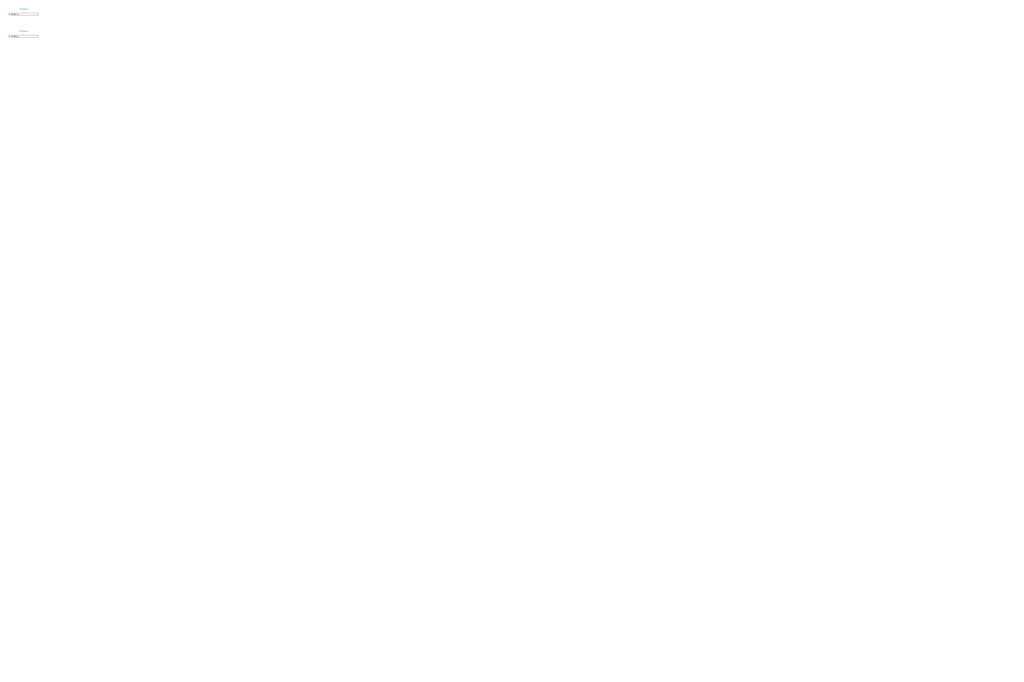
<source format=kicad_sch>
(kicad_sch (version 20231120) (generator "eeschema") (generator_version "8.0")
  (paper "User" 999 666)
  (lib_symbols
    (symbol "e5ea7ba:a87e18d" (pin_numbers hide)
      (property "Reference" "f151dac" (at 0.254 -0.508 0))
      (symbol "a87e18d_0_1"
        (rectangle (start 1.27 -2.54) (end 29.718 -4.826))
      )
      (symbol "a87e18d_1_1"
        (pin input line (at 0 -3.81 0) (length 2.54) (name "f5f9a4a") (number ""))
      )
    )
  )
  (symbol (lib_id "e5ea7ba:a87e18d") (at 7.62 31.75 0) (unit 1)
    (property "Reference" "f151dac2" (at 23.114 30.48 0))
    (property "Value" "~" (at 23.114 33.02 0))
  )
  (symbol (lib_id "e5ea7ba:a87e18d") (at 7.62 10.16 0) (unit 1)
    (property "Reference" "f151dac1" (at 23.114 8.89 0))
    (property "Value" "~" (at 23.114 11.43 0))
  )
)
</source>
